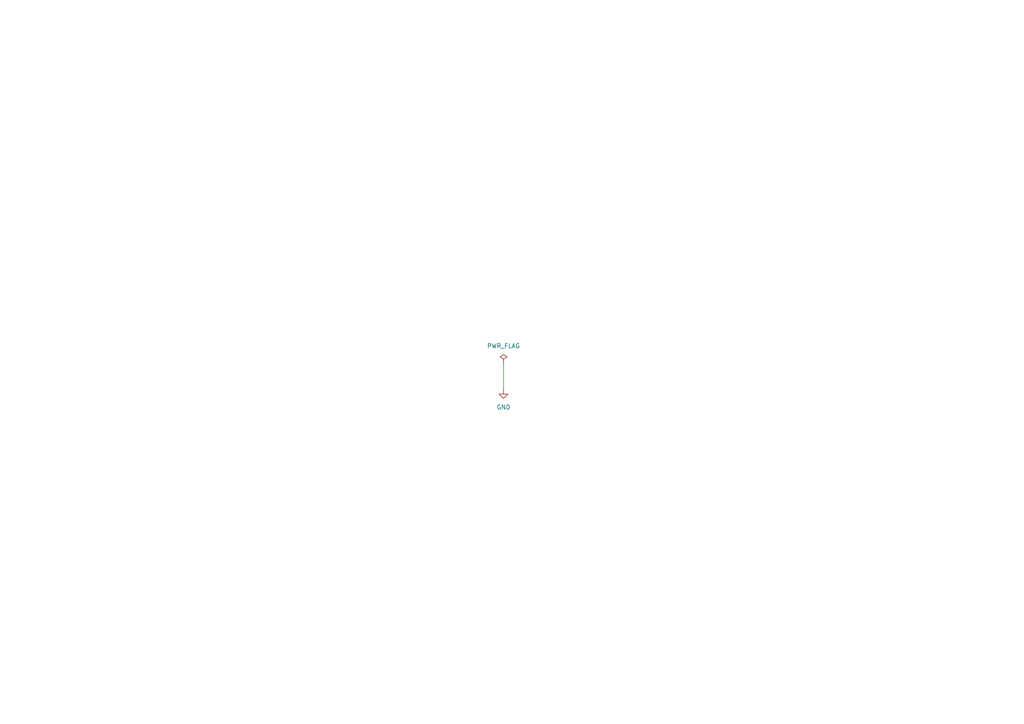
<source format=kicad_sch>
(kicad_sch (version 20250114) (generator "eeschema") (generator_version "9.0")
  (paper "A4")
  (lib_symbols
    (symbol "power:GND" (power) (pin_numbers (hide yes)) (pin_names (offset 0) (hide yes))
      (property "Value" "GND" (at 0 -3.81 0))
      (symbol "GND_0_1"
        (polyline (pts (xy 0 0) (xy 0 -1.27) (xy 1.27 -1.27) (xy 0 -2.54) (xy -1.27 -1.27) (xy 0 -1.27)))
      )
      (symbol "GND_1_1"
        (pin power_in line (at 0 0 270) (length 0) (name "~") (number "1"))
      )
    )
    (symbol "power:PWR_FLAG" (power) (pin_numbers (hide yes)) (pin_names (offset 0) (hide yes))
      (property "Value" "PWR_FLAG" (at 0 3.81 0))
      (symbol "PWR_FLAG_0_0"
        (pin power_out line (at 0 0 90) (length 0) (name "~") (number "1"))
      )
      (symbol "PWR_FLAG_0_1"
        (polyline (pts (xy 0 0) (xy 0 1.27) (xy -1.016 1.905) (xy 0 2.54) (xy 1.016 1.905) (xy 0 1.27)))
      )
    )
  )
  (wire (pts (xy 146.05 105.41) (xy 146.05 113.03)))
  (symbol (lib_id "power:GND") (at 146.05 113.03 0) (unit 1)
    (property "Reference" "#PWR01" (effects (hide yes)))
    (property "Value" "GND" (at 146.05 118.11 0))
    (property "Description" "Power symbol creates a global label with name \"GND\" , ground" (effects (hide yes)))
  )
  (symbol (lib_id "power:PWR_FLAG") (at 146.05 105.41 0) (unit 1)
    (property "Reference" "#FLG01" (effects (hide yes)))
    (property "Value" "PWR_FLAG" (at 146.05 100.33 0))
    (property "Description" "Special symbol for telling ERC where power comes from" (effects (hide yes)))
  )
)
</source>
